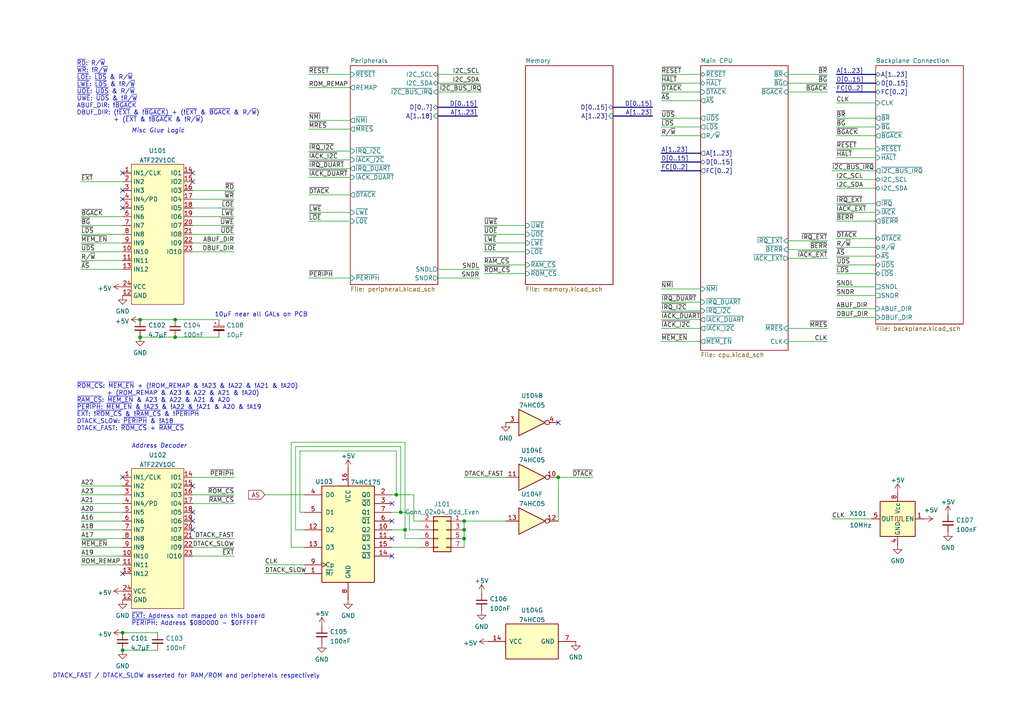
<source format=kicad_sch>
(kicad_sch (version 20211123) (generator eeschema)
  (paper "A4")
  (title_block (title "68komputer CPU Board") (date "2021-12-11") (rev "1") (company "Tristan Seifert"))
  (lib_symbols
    (symbol "68komputer-common:ATF22V10C"
      (property "Reference" "U" (at 0 3.81 0))
      (property "Value" "ATF22V10C" (at 0 1.27 0))
      (symbol "ATF22V10C_0_1"
        (rectangle (start -7.62 0) (end 7.62 -40.64) (stroke (width 0.1524)) (fill (type background)))
      )
      (symbol "ATF22V10C_1_1"
        (pin input line (at -10.16 -2.54 0) (length 2.54) (name "IN1/CLK") (number "1"))
        (pin input line (at -10.16 -25.4 0) (length 2.54) (name "IN10") (number "10"))
        (pin input line (at -10.16 -27.94 0) (length 2.54) (name "IN11") (number "11"))
        (pin power_in line (at -10.16 -38.1 0) (length 2.54) (name "GND") (number "12"))
        (pin input line (at -10.16 -30.48 0) (length 2.54) (name "IN12") (number "13"))
        (pin bidirectional line (at 10.16 -2.54 180) (length 2.54) (name "IO1") (number "14"))
        (pin bidirectional line (at 10.16 -5.08 180) (length 2.54) (name "IO2") (number "15"))
        (pin bidirectional line (at 10.16 -7.62 180) (length 2.54) (name "IO3") (number "16"))
        (pin bidirectional line (at 10.16 -10.16 180) (length 2.54) (name "IO4") (number "17"))
        (pin bidirectional line (at 10.16 -12.7 180) (length 2.54) (name "IO5") (number "18"))
        (pin bidirectional line (at 10.16 -15.24 180) (length 2.54) (name "IO6") (number "19"))
        (pin input line (at -10.16 -5.08 0) (length 2.54) (name "IN2") (number "2"))
        (pin bidirectional line (at 10.16 -17.78 180) (length 2.54) (name "IO7") (number "20"))
        (pin bidirectional line (at 10.16 -20.32 180) (length 2.54) (name "IO8") (number "21"))
        (pin bidirectional line (at 10.16 -22.86 180) (length 2.54) (name "IO9") (number "22"))
        (pin bidirectional line (at 10.16 -25.4 180) (length 2.54) (name "IO10") (number "23"))
        (pin power_in line (at -10.16 -35.56 0) (length 2.54) (name "VCC") (number "24"))
        (pin input line (at -10.16 -7.62 0) (length 2.54) (name "IN3") (number "3"))
        (pin input line (at -10.16 -10.16 0) (length 2.54) (name "IN4/PD") (number "4"))
        (pin input line (at -10.16 -12.7 0) (length 2.54) (name "IN5") (number "5"))
        (pin input line (at -10.16 -15.24 0) (length 2.54) (name "IN6") (number "6"))
        (pin input line (at -10.16 -17.78 0) (length 2.54) (name "IN7") (number "7"))
        (pin input line (at -10.16 -20.32 0) (length 2.54) (name "IN8") (number "8"))
        (pin input line (at -10.16 -22.86 0) (length 2.54) (name "IN9") (number "9"))
      )
    )
    (symbol "74xx:74LS05" (pin_names (offset 1.016))
      (property "Reference" "U" (at 0 1.27 0))
      (property "Value" "74LS05" (at 0 -1.27 0))
      (symbol "74LS05_1_0"
        (polyline (pts (xy -3.81 3.81) (xy -3.81 -3.81) (xy 3.81 0) (xy -3.81 3.81)) (stroke (width 0.254)) (fill (type background)))
        (pin input line (at -7.62 0 0) (length 3.81) (name "~") (number "1"))
        (pin open_collector inverted (at 7.62 0 180) (length 3.81) (name "~") (number "2"))
      )
      (symbol "74LS05_2_0"
        (polyline (pts (xy -3.81 3.81) (xy -3.81 -3.81) (xy 3.81 0) (xy -3.81 3.81)) (stroke (width 0.254)) (fill (type background)))
        (pin input line (at -7.62 0 0) (length 3.81) (name "~") (number "3"))
        (pin open_collector inverted (at 7.62 0 180) (length 3.81) (name "~") (number "4"))
      )
      (symbol "74LS05_3_0"
        (polyline (pts (xy -3.81 3.81) (xy -3.81 -3.81) (xy 3.81 0) (xy -3.81 3.81)) (stroke (width 0.254)) (fill (type background)))
        (pin input line (at -7.62 0 0) (length 3.81) (name "~") (number "5"))
        (pin open_collector inverted (at 7.62 0 180) (length 3.81) (name "~") (number "6"))
      )
      (symbol "74LS05_4_0"
        (polyline (pts (xy -3.81 3.81) (xy -3.81 -3.81) (xy 3.81 0) (xy -3.81 3.81)) (stroke (width 0.254)) (fill (type background)))
        (pin open_collector inverted (at 7.62 0 180) (length 3.81) (name "~") (number "8"))
        (pin input line (at -7.62 0 0) (length 3.81) (name "~") (number "9"))
      )
      (symbol "74LS05_5_0"
        (polyline (pts (xy -3.81 3.81) (xy -3.81 -3.81) (xy 3.81 0) (xy -3.81 3.81)) (stroke (width 0.254)) (fill (type background)))
        (pin open_collector inverted (at 7.62 0 180) (length 3.81) (name "~") (number "10"))
        (pin input line (at -7.62 0 0) (length 3.81) (name "~") (number "11"))
      )
      (symbol "74LS05_6_0"
        (polyline (pts (xy -3.81 3.81) (xy -3.81 -3.81) (xy 3.81 0) (xy -3.81 3.81)) (stroke (width 0.254)) (fill (type background)))
        (pin open_collector inverted (at 7.62 0 180) (length 3.81) (name "~") (number "12"))
        (pin input line (at -7.62 0 0) (length 3.81) (name "~") (number "13"))
      )
      (symbol "74LS05_7_0"
        (pin power_in line (at 0 12.7 270) (length 5.08) (name "VCC") (number "14"))
        (pin power_in line (at 0 -12.7 90) (length 5.08) (name "GND") (number "7"))
      )
      (symbol "74LS05_7_1"
        (rectangle (start -5.08 7.62) (end 5.08 -7.62) (stroke (width 0.254)) (fill (type background)))
      )
    )
    (symbol "74xx:74LS175" (pin_names (offset 1.016))
      (property "Reference" "U" (at -7.62 13.97 0))
      (property "Value" "74LS175" (at -7.62 -16.51 0))
      (symbol "74LS175_1_0"
        (pin input line (at -12.7 -12.7 0) (length 5.08) (name "~{Mr}") (number "1"))
        (pin output line (at 12.7 0 180) (length 5.08) (name "Q2") (number "10"))
        (pin output line (at 12.7 -2.54 180) (length 5.08) (name "~{Q2}") (number "11"))
        (pin input line (at -12.7 0 0) (length 5.08) (name "D2") (number "12"))
        (pin input line (at -12.7 -5.08 0) (length 5.08) (name "D3") (number "13"))
        (pin output line (at 12.7 -7.62 180) (length 5.08) (name "~{Q3}") (number "14"))
        (pin output line (at 12.7 -5.08 180) (length 5.08) (name "Q3") (number "15"))
        (pin power_in line (at 0 17.78 270) (length 5.08) (name "VCC") (number "16"))
        (pin output line (at 12.7 10.16 180) (length 5.08) (name "Q0") (number "2"))
        (pin output line (at 12.7 7.62 180) (length 5.08) (name "~{Q0}") (number "3"))
        (pin input line (at -12.7 10.16 0) (length 5.08) (name "D0") (number "4"))
        (pin input line (at -12.7 5.08 0) (length 5.08) (name "D1") (number "5"))
        (pin output line (at 12.7 2.54 180) (length 5.08) (name "~{Q1}") (number "6"))
        (pin output line (at 12.7 5.08 180) (length 5.08) (name "Q1") (number "7"))
        (pin power_in line (at 0 -20.32 90) (length 5.08) (name "GND") (number "8"))
        (pin input clock (at -12.7 -10.16 0) (length 5.08) (name "Cp") (number "9"))
      )
      (symbol "74LS175_1_1"
        (rectangle (start -7.62 12.7) (end 7.62 -15.24) (stroke (width 0.254)) (fill (type background)))
      )
    )
    (symbol "Connector_Generic:Conn_02x04_Odd_Even" (pin_names (offset 1.016) hide)
      (property "Reference" "J" (at 1.27 5.08 0))
      (property "Value" "Conn_02x04_Odd_Even" (at 1.27 -7.62 0))
      (symbol "Conn_02x04_Odd_Even_1_1"
        (rectangle (start -1.27 -4.953) (end 0 -5.207) (stroke (width 0.1524)))
        (rectangle (start -1.27 -2.413) (end 0 -2.667) (stroke (width 0.1524)))
        (rectangle (start -1.27 0.127) (end 0 -0.127) (stroke (width 0.1524)))
        (rectangle (start -1.27 2.667) (end 0 2.413) (stroke (width 0.1524)))
        (rectangle (start -1.27 3.81) (end 3.81 -6.35) (stroke (width 0.254)) (fill (type background)))
        (rectangle (start 3.81 -4.953) (end 2.54 -5.207) (stroke (width 0.1524)))
        (rectangle (start 3.81 -2.413) (end 2.54 -2.667) (stroke (width 0.1524)))
        (rectangle (start 3.81 0.127) (end 2.54 -0.127) (stroke (width 0.1524)))
        (rectangle (start 3.81 2.667) (end 2.54 2.413) (stroke (width 0.1524)))
        (pin passive line (at -5.08 2.54 0) (length 3.81) (name "Pin_1") (number "1"))
        (pin passive line (at 7.62 2.54 180) (length 3.81) (name "Pin_2") (number "2"))
        (pin passive line (at -5.08 0 0) (length 3.81) (name "Pin_3") (number "3"))
        (pin passive line (at 7.62 0 180) (length 3.81) (name "Pin_4") (number "4"))
        (pin passive line (at -5.08 -2.54 0) (length 3.81) (name "Pin_5") (number "5"))
        (pin passive line (at 7.62 -2.54 180) (length 3.81) (name "Pin_6") (number "6"))
        (pin passive line (at -5.08 -5.08 0) (length 3.81) (name "Pin_7") (number "7"))
        (pin passive line (at 7.62 -5.08 180) (length 3.81) (name "Pin_8") (number "8"))
      )
    )
    (symbol "Device:C_Polarized_Small" (pin_numbers hide) (pin_names (offset 0.254) hide)
      (property "Reference" "C" (at 0.254 1.778 0))
      (property "Value" "C_Polarized_Small" (at 0.254 -2.032 0))
      (symbol "C_Polarized_Small_0_1"
        (rectangle (start -1.524 -0.3048) (end 1.524 -0.6858) (fill (type outline)))
        (rectangle (start -1.524 0.6858) (end 1.524 0.3048))
        (polyline (pts (xy -1.27 1.524) (xy -0.762 1.524)))
        (polyline (pts (xy -1.016 1.27) (xy -1.016 1.778)))
      )
      (symbol "C_Polarized_Small_1_1"
        (pin passive line (at 0 2.54 270) (length 1.8542) (name "~") (number "1"))
        (pin passive line (at 0 -2.54 90) (length 1.8542) (name "~") (number "2"))
      )
    )
    (symbol "Device:C_Small" (pin_numbers hide) (pin_names (offset 0.254) hide)
      (property "Reference" "C" (at 0.254 1.778 0))
      (property "Value" "C_Small" (at 0.254 -2.032 0))
      (symbol "C_Small_0_1"
        (polyline (pts (xy -1.524 -0.508) (xy 1.524 -0.508)) (stroke (width 0.3302)))
        (polyline (pts (xy -1.524 0.508) (xy 1.524 0.508)) (stroke (width 0.3048)))
      )
      (symbol "C_Small_1_1"
        (pin passive line (at 0 2.54 270) (length 2.032) (name "~") (number "1"))
        (pin passive line (at 0 -2.54 90) (length 2.032) (name "~") (number "2"))
      )
    )
    (symbol "Oscillator:CXO_DIP8" (pin_names (offset 0.254))
      (property "Reference" "X" (at -5.08 6.35 0))
      (property "Value" "CXO_DIP8" (at 1.27 -6.35 0))
      (symbol "CXO_DIP8_0_1"
        (rectangle (start -5.08 5.08) (end 5.08 -5.08) (stroke (width 0.254)) (fill (type background)))
        (polyline (pts (xy -1.905 -0.635) (xy -1.27 -0.635) (xy -1.27 0.635) (xy -0.635 0.635) (xy -0.635 -0.635) (xy 0 -0.635) (xy 0 0.635) (xy 0.635 0.635) (xy 0.635 -0.635)))
      )
      (symbol "CXO_DIP8_1_1"
        (pin input line (at -7.62 0 0) (length 2.54) (name "EN") (number "1"))
        (pin power_in line (at 0 -7.62 90) (length 2.54) (name "GND") (number "4"))
        (pin output line (at 7.62 0 180) (length 2.54) (name "OUT") (number "5"))
        (pin power_in line (at 0 7.62 270) (length 2.54) (name "Vcc") (number "8"))
      )
    )
    (symbol "power:+5V" (power) (pin_names (offset 0))
      (property "Value" "+5V" (at 0 3.556 0))
      (symbol "+5V_0_1"
        (polyline (pts (xy -0.762 1.27) (xy 0 2.54)))
        (polyline (pts (xy 0 0) (xy 0 2.54)))
        (polyline (pts (xy 0 2.54) (xy 0.762 1.27)))
      )
      (symbol "+5V_1_1"
        (pin power_in line (at 0 0 90) (length 0) hide (name "+5V") (number "1"))
      )
    )
    (symbol "power:GND" (power) (pin_names (offset 0))
      (property "Value" "GND" (at 0 -3.81 0))
      (symbol "GND_0_1"
        (polyline (pts (xy 0 0) (xy 0 -1.27) (xy 1.27 -1.27) (xy 0 -2.54) (xy -1.27 -1.27) (xy 0 -1.27)))
      )
      (symbol "GND_1_1"
        (pin power_in line (at 0 0 270) (length 0) hide (name "GND") (number "1"))
      )
    )
  )
  (junction (at 117.475 153.67))
  (junction (at 50.8 92.71))
  (junction (at 114.935 143.51))
  (junction (at 134.62 156.21))
  (junction (at 134.62 151.13))
  (junction (at 35.56 188.595))
  (junction (at 134.62 153.67))
  (junction (at 116.205 148.59))
  (junction (at 35.56 183.515))
  (junction (at 40.64 92.71))
  (junction (at 161.925 138.43))
  (junction (at 50.8 97.79))
  (junction (at 40.64 97.79))
  (no_connect (at 35.56 138.43))
  (no_connect (at 35.56 57.785))
  (no_connect (at 55.88 151.13))
  (no_connect (at 35.56 60.325))
  (no_connect (at 35.56 55.245))
  (no_connect (at 161.925 122.555))
  (no_connect (at 113.665 146.05))
  (no_connect (at 113.665 156.21))
  (no_connect (at 113.665 161.29))
  (no_connect (at 113.665 151.13))
  (no_connect (at 35.56 166.37))
  (no_connect (at 55.88 140.97))
  (no_connect (at 55.88 52.705))
  (no_connect (at 55.88 50.165))
  (no_connect (at 55.88 148.59))
  (no_connect (at 55.88 153.67))
  (no_connect (at 35.56 50.165))
  (wire (pts (xy 55.88 73.025) (xy 67.945 73.025)))
  (wire (pts (xy 191.77 24.13) (xy 203.2 24.13)))
  (wire (pts (xy 89.535 25.4) (xy 101.6 25.4)))
  (wire (pts (xy 228.6 69.85) (xy 240.03 69.85)))
  (wire (pts (xy 191.77 95.25) (xy 203.2 95.25)))
  (wire (pts (xy 23.495 156.21) (xy 35.56 156.21)))
  (wire (pts (xy 85.725 153.67) (xy 88.265 153.67)))
  (wire (pts (xy 84.455 158.75) (xy 88.265 158.75)))
  (wire (pts (xy 86.995 130.81) (xy 86.995 148.59)))
  (wire (pts (xy 55.88 62.865) (xy 67.945 62.865)))
  (wire (pts (xy 113.665 158.75) (xy 121.92 158.75)))
  (wire (pts (xy 228.6 95.25) (xy 240.03 95.25)))
  (wire (pts (xy 23.495 161.29) (xy 35.56 161.29)))
  (wire (pts (xy 241.3 49.53) (xy 254 49.53)))
  (wire (pts (xy 50.8 92.71) (xy 63.5 92.71)))
  (bus (pts (xy 191.77 49.53) (xy 203.2 49.53)))
  (wire (pts (xy 242.57 83.185) (xy 254 83.185)))
  (wire (pts (xy 55.88 143.51) (xy 67.945 143.51)))
  (wire (pts (xy 101.6 80.645) (xy 89.535 80.645)))
  (wire (pts (xy 121.92 153.67) (xy 118.745 153.67)))
  (wire (pts (xy 118.745 153.67) (xy 118.745 148.59)))
  (wire (pts (xy 118.745 148.59) (xy 116.205 148.59)))
  (bus (pts (xy 138.43 31.115) (xy 127 31.115)))
  (wire (pts (xy 242.57 39.37) (xy 254 39.37)))
  (wire (pts (xy 55.88 138.43) (xy 67.945 138.43)))
  (wire (pts (xy 76.835 163.83) (xy 88.265 163.83)))
  (wire (pts (xy 191.77 21.59) (xy 203.2 21.59)))
  (wire (pts (xy 23.495 70.485) (xy 35.56 70.485)))
  (wire (pts (xy 117.475 128.27) (xy 84.455 128.27)))
  (wire (pts (xy 89.535 34.925) (xy 101.6 34.925)))
  (wire (pts (xy 139.7 26.67) (xy 127 26.67)))
  (wire (pts (xy 242.57 74.295) (xy 254 74.295)))
  (wire (pts (xy 191.77 87.63) (xy 203.2 87.63)))
  (wire (pts (xy 23.495 158.75) (xy 35.56 158.75)))
  (wire (pts (xy 191.77 29.21) (xy 203.2 29.21)))
  (wire (pts (xy 89.535 56.515) (xy 101.6 56.515)))
  (wire (pts (xy 23.495 52.705) (xy 35.56 52.705)))
  (wire (pts (xy 242.57 29.845) (xy 254 29.845)))
  (wire (pts (xy 23.495 73.025) (xy 35.56 73.025)))
  (wire (pts (xy 139.065 21.59) (xy 127 21.59)))
  (wire (pts (xy 191.77 36.83) (xy 203.2 36.83)))
  (wire (pts (xy 152.4 67.945) (xy 140.335 67.945)))
  (wire (pts (xy 191.77 99.06) (xy 203.2 99.06)))
  (wire (pts (xy 252.73 150.495) (xy 241.3 150.495)))
  (wire (pts (xy 242.57 59.055) (xy 254 59.055)))
  (wire (pts (xy 228.6 99.06) (xy 240.03 99.06)))
  (wire (pts (xy 117.475 153.67) (xy 117.475 128.27)))
  (wire (pts (xy 101.6 61.595) (xy 89.535 61.595)))
  (wire (pts (xy 55.88 55.245) (xy 67.945 55.245)))
  (wire (pts (xy 40.64 92.71) (xy 50.8 92.71)))
  (wire (pts (xy 242.57 85.725) (xy 254 85.725)))
  (wire (pts (xy 242.57 52.07) (xy 254 52.07)))
  (wire (pts (xy 113.665 143.51) (xy 114.935 143.51)))
  (wire (pts (xy 139.065 24.13) (xy 127 24.13)))
  (wire (pts (xy 113.665 153.67) (xy 117.475 153.67)))
  (wire (pts (xy 146.685 138.43) (xy 134.62 138.43)))
  (wire (pts (xy 242.57 34.29) (xy 254 34.29)))
  (wire (pts (xy 242.57 45.72) (xy 254 45.72)))
  (wire (pts (xy 146.685 151.13) (xy 134.62 151.13)))
  (wire (pts (xy 242.57 61.595) (xy 254 61.595)))
  (wire (pts (xy 242.57 69.215) (xy 254 69.215)))
  (wire (pts (xy 76.835 166.37) (xy 88.265 166.37)))
  (wire (pts (xy 139.065 78.105) (xy 127 78.105)))
  (wire (pts (xy 228.6 74.93) (xy 240.03 74.93)))
  (wire (pts (xy 55.88 70.485) (xy 67.945 70.485)))
  (wire (pts (xy 152.4 70.485) (xy 140.335 70.485)))
  (wire (pts (xy 121.92 151.13) (xy 120.015 151.13)))
  (wire (pts (xy 120.015 143.51) (xy 114.935 143.51)))
  (wire (pts (xy 120.015 151.13) (xy 120.015 143.51)))
  (bus (pts (xy 189.23 31.115) (xy 177.8 31.115)))
  (wire (pts (xy 242.57 36.83) (xy 254 36.83)))
  (wire (pts (xy 23.495 146.05) (xy 35.56 146.05)))
  (wire (pts (xy 117.475 156.21) (xy 117.475 153.67)))
  (wire (pts (xy 121.92 156.21) (xy 117.475 156.21)))
  (wire (pts (xy 152.4 79.375) (xy 140.335 79.375)))
  (wire (pts (xy 23.495 163.83) (xy 35.56 163.83)))
  (wire (pts (xy 191.77 90.17) (xy 203.2 90.17)))
  (wire (pts (xy 191.77 26.67) (xy 203.2 26.67)))
  (wire (pts (xy 55.88 156.21) (xy 67.945 156.21)))
  (wire (pts (xy 228.6 24.13) (xy 240.03 24.13)))
  (wire (pts (xy 228.6 72.39) (xy 240.03 72.39)))
  (wire (pts (xy 89.535 43.815) (xy 101.6 43.815)))
  (wire (pts (xy 23.495 140.97) (xy 35.56 140.97)))
  (wire (pts (xy 116.205 148.59) (xy 116.205 129.54)))
  (bus (pts (xy 191.77 46.99) (xy 203.2 46.99)))
  (wire (pts (xy 40.64 97.79) (xy 50.8 97.79)))
  (wire (pts (xy 152.4 76.835) (xy 140.335 76.835)))
  (bus (pts (xy 242.57 24.13) (xy 254 24.13)))
  (wire (pts (xy 242.57 71.755) (xy 254 71.755)))
  (wire (pts (xy 89.535 51.435) (xy 101.6 51.435)))
  (wire (pts (xy 85.725 129.54) (xy 85.725 153.67)))
  (wire (pts (xy 228.6 26.67) (xy 240.03 26.67)))
  (wire (pts (xy 191.77 34.29) (xy 203.2 34.29)))
  (wire (pts (xy 191.77 39.37) (xy 203.2 39.37)))
  (bus (pts (xy 138.43 33.655) (xy 127 33.655)))
  (wire (pts (xy 23.495 78.105) (xy 35.56 78.105)))
  (wire (pts (xy 152.4 73.025) (xy 140.335 73.025)))
  (bus (pts (xy 242.57 26.67) (xy 254 26.67)))
  (wire (pts (xy 86.995 148.59) (xy 88.265 148.59)))
  (wire (pts (xy 89.535 37.465) (xy 101.6 37.465)))
  (wire (pts (xy 161.925 151.13) (xy 161.925 138.43)))
  (wire (pts (xy 161.925 138.43) (xy 172.085 138.43)))
  (wire (pts (xy 89.535 21.59) (xy 101.6 21.59)))
  (wire (pts (xy 191.77 92.71) (xy 203.2 92.71)))
  (wire (pts (xy 134.62 153.67) (xy 134.62 156.21)))
  (wire (pts (xy 134.62 151.13) (xy 134.62 153.67)))
  (wire (pts (xy 134.62 156.21) (xy 134.62 158.75)))
  (wire (pts (xy 55.88 146.05) (xy 67.945 146.05)))
  (wire (pts (xy 228.6 21.59) (xy 240.03 21.59)))
  (bus (pts (xy 242.57 21.59) (xy 254 21.59)))
  (wire (pts (xy 116.205 129.54) (xy 85.725 129.54)))
  (wire (pts (xy 114.935 130.81) (xy 86.995 130.81)))
  (wire (pts (xy 113.665 148.59) (xy 116.205 148.59)))
  (wire (pts (xy 242.57 54.61) (xy 254 54.61)))
  (wire (pts (xy 55.88 67.945) (xy 67.945 67.945)))
  (bus (pts (xy 191.77 44.45) (xy 203.2 44.45)))
  (wire (pts (xy 35.56 183.515) (xy 45.72 183.515)))
  (wire (pts (xy 23.495 65.405) (xy 35.56 65.405)))
  (wire (pts (xy 23.495 75.565) (xy 35.56 75.565)))
  (wire (pts (xy 23.495 153.67) (xy 35.56 153.67)))
  (bus (pts (xy 189.23 33.655) (xy 177.8 33.655)))
  (wire (pts (xy 84.455 128.27) (xy 84.455 158.75)))
  (wire (pts (xy 101.6 64.135) (xy 89.535 64.135)))
  (wire (pts (xy 50.8 97.79) (xy 63.5 97.79)))
  (wire (pts (xy 242.57 43.18) (xy 254 43.18)))
  (wire (pts (xy 76.835 143.51) (xy 88.265 143.51)))
  (wire (pts (xy 89.535 46.355) (xy 101.6 46.355)))
  (wire (pts (xy 242.57 79.375) (xy 254 79.375)))
  (wire (pts (xy 23.495 148.59) (xy 35.56 148.59)))
  (wire (pts (xy 242.57 64.135) (xy 254 64.135)))
  (wire (pts (xy 23.495 151.13) (xy 35.56 151.13)))
  (wire (pts (xy 23.495 67.945) (xy 35.56 67.945)))
  (wire (pts (xy 55.88 161.29) (xy 67.945 161.29)))
  (wire (pts (xy 242.57 76.835) (xy 254 76.835)))
  (wire (pts (xy 152.4 65.405) (xy 140.335 65.405)))
  (wire (pts (xy 23.495 62.865) (xy 35.56 62.865)))
  (wire (pts (xy 114.935 143.51) (xy 114.935 130.81)))
  (wire (pts (xy 55.88 65.405) (xy 67.945 65.405)))
  (wire (pts (xy 35.56 188.595) (xy 45.72 188.595)))
  (wire (pts (xy 55.88 60.325) (xy 67.945 60.325)))
  (wire (pts (xy 242.57 92.075) (xy 254 92.075)))
  (wire (pts (xy 55.88 57.785) (xy 67.945 57.785)))
  (wire (pts (xy 23.495 143.51) (xy 35.56 143.51)))
  (wire (pts (xy 89.535 48.895) (xy 101.6 48.895)))
  (wire (pts (xy 139.065 80.645) (xy 127 80.645)))
  (wire (pts (xy 242.57 89.535) (xy 254 89.535)))
  (wire (pts (xy 55.88 158.75) (xy 67.945 158.75)))
  (wire (pts (xy 191.77 83.82) (xy 203.2 83.82)))
  (text "Address Decoder" (at 38.1 130.175 0) (effects (font (size 1.27 1.27) italic) (justify left bottom)))
  (text "~{EXT}: Address not mapped on this board\n~{PERIPH}: Address $080000 - $0FFFFF" (at 38.1 181.61 0) (effects (font (size 1.27 1.27)) (justify left bottom)))
  (text "~{ROM_CS}: ~{MEM_EN} + (!ROM_REMAP & !A23 & !A22 & !A21 & !A20)\n         + (ROM_REMAP & A23 & A22 & A21 & !A20)\n~{RAM_CS}: ~{MEM_EN} & A23 & A22 & A21 & A20\n~{PERIPH}: ~{MEM_EN} & !A23 & !A22 & !A21 & A20 & !A19\n~{EXT}: !~{ROM_CS} & !~{RAM_CS} & !~{PERIPH}\nDTACK_SLOW: ~{PERIPH} & !A18\nDTACK_FAST: ~{ROM_CS} + ~{RAM_CS}" (at 22.225 125.095 0) (effects (font (size 1.27 1.27)) (justify left bottom)))
  (text "Misc Glue Logic" (at 38.1 38.735 0) (effects (font (size 1.27 1.27) italic) (justify left bottom)))
  (text "10µF near all GALs on PCB" (at 62.23 92.075 0) (effects (font (size 1.27 1.27)) (justify left bottom)))
  (text "DTACK_FAST / DTACK_SLOW asserted for RAM/ROM and peripherals respectively" (at 15.24 196.85 0) (effects (font (size 1.27 1.27)) (justify left bottom)))
  (text "~{RD}: R/~{W}\n~{WR}: !R/~{W}\n~{LOE}: ~{LDS} & R/~{W}\n~{LWE}: ~{LDS} & !R/~{W}\n~{UOE}: ~{UDS} & R/~{W}\n~{UWE}: ~{UDS} & !R/~{W}\nABUF_DIR: !~{BGACK}\nDBUF_DIR: (!~{EXT} & !~{BGACK}) + (!~{EXT} & ~{BGACK} & R/~{W})\n           + (~{EXT} & !~{BGACK} & !R/~{W})" (at 22.225 35.56 0) (effects (font (size 1.27 1.27)) (justify left bottom)))
  (label "~{IACK_EXT}" (at 240.03 74.93 180))
  (label "SNDL" (at 242.57 83.185 0))
  (label "I2C_SDA" (at 139.065 24.13 180))
  (label "~{BR}" (at 240.03 21.59 180))
  (label "ABUF_DIR" (at 242.57 89.535 0))
  (label "A[1..23]" (at 191.77 44.45 0))
  (label "~{LOE}" (at 67.945 60.325 180))
  (label "~{MEM_EN}" (at 23.495 158.75 0))
  (label "~{UDS}" (at 23.495 73.025 0))
  (label "D[0..15]" (at 242.57 24.13 0))
  (label "~{RESET}" (at 89.535 21.59 0))
  (label "A21" (at 23.495 146.05 0))
  (label "~{BERR}" (at 240.03 72.39 180))
  (label "~{LDS}" (at 191.77 36.83 0))
  (label "~{BGACK}" (at 240.03 26.67 180))
  (label "~{LOE}" (at 140.335 73.025 0))
  (label "R{slash}~{W}" (at 23.495 75.565 0))
  (label "~{PERIPH}" (at 67.945 138.43 180))
  (label "R{slash}~{W}" (at 242.57 71.755 0))
  (label "~{UOE}" (at 140.335 67.945 0))
  (label "DBUF_DIR" (at 67.945 73.025 180))
  (label "SNDL" (at 139.065 78.105 180))
  (label "A19" (at 23.495 161.29 0))
  (label "A[1..23]" (at 242.57 21.59 0))
  (label "ROM_REMAP" (at 23.495 163.83 0))
  (label "~{MRES}" (at 240.03 95.25 180))
  (label "I2C_SCL" (at 242.57 52.07 0))
  (label "I2C_SCL" (at 139.065 21.59 180))
  (label "~{ROM_CS}" (at 67.945 143.51 180))
  (label "A18" (at 23.495 153.67 0))
  (label "~{UWE}" (at 140.335 65.405 0))
  (label "~{HALT}" (at 191.77 24.13 0))
  (label "A20" (at 23.495 148.59 0))
  (label "~{MEM_EN}" (at 23.495 70.485 0))
  (label "DTACK_SLOW" (at 76.835 166.37 0))
  (label "~{LDS}" (at 23.495 67.945 0))
  (label "A17" (at 23.495 156.21 0))
  (label "~{BG}" (at 23.495 65.405 0))
  (label "~{IRQ_I2C}" (at 89.535 43.815 0))
  (label "A[1..23]" (at 189.23 33.655 180))
  (label "SNDR" (at 242.57 85.725 0))
  (label "DTACK_FAST" (at 134.62 138.43 0))
  (label "~{EXT}" (at 23.495 52.705 0))
  (label "~{BERR}" (at 242.57 64.135 0))
  (label "~{EXT}" (at 67.945 161.29 180))
  (label "A23" (at 23.495 143.51 0))
  (label "D[0..15]" (at 189.23 31.115 180))
  (label "~{LOE}" (at 89.535 64.135 0))
  (label "~{IACK_I2C}" (at 191.77 95.25 0))
  (label "~{ROM_CS}" (at 140.335 79.375 0))
  (label "~{BG}" (at 240.03 24.13 180))
  (label "~{MRES}" (at 89.535 37.465 0))
  (label "~{UDS}" (at 242.57 76.835 0))
  (label "~{IACK_DUART}" (at 191.77 92.71 0))
  (label "~{RD}" (at 67.945 55.245 180))
  (label "~{AS}" (at 23.495 78.105 0))
  (label "R{slash}~{W}" (at 191.77 39.37 0))
  (label "~{RESET}" (at 242.57 43.18 0))
  (label "~{DTACK}" (at 172.085 138.43 180))
  (label "~{HALT}" (at 242.57 45.72 0))
  (label "~{BGACK}" (at 242.57 39.37 0))
  (label "~{LDS}" (at 242.57 79.375 0))
  (label "~{RAM_CS}" (at 140.335 76.835 0))
  (label "~{IACK_I2C}" (at 89.535 46.355 0))
  (label "A22" (at 23.495 140.97 0))
  (label "~{IACK_DUART}" (at 89.535 51.435 0))
  (label "ABUF_DIR" (at 67.945 70.485 180))
  (label "~{LWE}" (at 89.535 61.595 0))
  (label "CLK" (at 242.57 29.845 0))
  (label "D[0..15]" (at 138.43 31.115 180))
  (label "CLK" (at 76.835 163.83 0))
  (label "~{UOE}" (at 67.945 67.945 180))
  (label "I2C_SDA" (at 242.57 54.61 0))
  (label "ROM_REMAP" (at 89.535 25.4 0))
  (label "~{BG}" (at 242.57 36.83 0))
  (label "~{IRQ_I2C}" (at 191.77 90.17 0))
  (label "~{IRQ_DUART}" (at 191.77 87.63 0))
  (label "~{DTACK}" (at 191.77 26.67 0))
  (label "~{IRQ_DUART}" (at 89.535 48.895 0))
  (label "~{IACK_EXT}" (at 242.57 61.595 0))
  (label "~{AS}" (at 191.77 29.21 0))
  (label "~{NMI}" (at 89.535 34.925 0))
  (label "A16" (at 23.495 151.13 0))
  (label "FC[0..2]" (at 242.57 26.67 0))
  (label "D[0..15]" (at 191.77 46.99 0))
  (label "~{IRQ_EXT}" (at 240.03 69.85 180))
  (label "~{I2C_BUS_IRQ}" (at 241.3 49.53 0))
  (label "~{IRQ_EXT}" (at 242.57 59.055 0))
  (label "~{UWE}" (at 67.945 65.405 180))
  (label "~{AS}" (at 242.57 74.295 0))
  (label "~{LWE}" (at 67.945 62.865 180))
  (label "~{NMI}" (at 191.77 83.82 0))
  (label "~{UDS}" (at 191.77 34.29 0))
  (label "~{LWE}" (at 140.335 70.485 0))
  (label "~{BR}" (at 242.57 34.29 0))
  (label "A[1..23]" (at 138.43 33.655 180))
  (label "~{WR}" (at 67.945 57.785 180))
  (label "~{DTACK}" (at 242.57 69.215 0))
  (label "~{RAM_CS}" (at 67.945 146.05 180))
  (label "DTACK_SLOW" (at 67.945 158.75 180))
  (label "~{RESET}" (at 191.77 21.59 0))
  (label "SNDR" (at 139.065 80.645 180))
  (label "DBUF_DIR" (at 242.57 92.075 0))
  (label "~{DTACK}" (at 89.535 56.515 0))
  (label "DTACK_FAST" (at 67.945 156.21 180))
  (label "CLK" (at 241.3 150.495 0))
  (label "~{MEM_EN}" (at 191.77 99.06 0))
  (label "~{PERIPH}" (at 89.535 80.645 0))
  (label "FC[0..2]" (at 191.77 49.53 0))
  (label "~{BGACK}" (at 23.495 62.865 0))
  (label "~{I2C_BUS_IRQ}" (at 139.7 26.67 180))
  (label "CLK" (at 240.03 99.06 180))
  (global_label "AS" (shape input) (at 76.835 143.51 180) (property "Intersheet References" "${INTERSHEET_REFS}" (effects hide)))
  (symbol (lib_id "power:GND") (at 35.56 173.99 0) (unit 1)
    (property "Reference" "#PWR0104" (effects hide))
    (property "Value" "GND" (at 35.56 178.5524 0))
  )
  (symbol (lib_id "power:GND") (at 35.56 188.595 0) (unit 1)
    (property "Reference" "#PWR0101" (effects hide))
    (property "Value" "GND" (at 35.56 193.1574 0))
  )
  (symbol (lib_id "68komputer-common:ATF22V10C") (at 45.72 135.89 0) (unit 1)
    (property "Reference" "U102" (at 45.72 131.9743 0))
    (property "Value" "ATF22V10C" (at 45.72 134.7494 0))
    (property "Footprint" "Package_DIP:DIP-24_W7.62mm_Socket" (effects hide))
    (property "Datasheet" "https://www.microchip.com/content/dam/mchp/documents/OTH/ProductDocuments/DataSheets/doc0735.pdf" (effects hide))
  )
  (symbol (lib_id "Device:C_Small") (at 50.8 95.25 0) (unit 1)
    (property "Reference" "C104" (at 53.1241 94.3415 0) (effects (justify left)))
    (property "Value" "100nF" (at 53.1241 97.1166 0) (effects (justify left)))
    (property "Footprint" "Capacitor_SMD:C_0805_2012Metric" (effects hide))
  )
  (symbol (lib_id "Device:C_Polarized_Small") (at 63.5 95.25 0) (unit 1)
    (property "Reference" "C108" (at 65.659 94.3415 0) (effects (justify left)))
    (property "Value" "10µF" (at 65.659 97.1166 0) (effects (justify left)))
    (property "Footprint" "Capacitor_Tantalum_SMD:CP_EIA-3216-18_Kemet-A" (effects hide))
  )
  (symbol (lib_id "power:+5V") (at 35.56 171.45 90) (unit 1)
    (property "Reference" "#PWR0103" (effects hide))
    (property "Value" "+5V" (at 32.385 171.929 90) (effects (justify left)))
  )
  (symbol (lib_id "power:GND") (at 93.345 186.69 0) (unit 1)
    (property "Reference" "#PWR0105" (effects hide))
    (property "Value" "GND" (at 93.345 191.2524 0))
  )
  (symbol (lib_id "power:GND") (at 139.7 177.165 0) (unit 1)
    (property "Reference" "#PWR0116" (effects hide))
    (property "Value" "GND" (at 139.7 181.7274 0))
  )
  (symbol (lib_id "Device:C_Small") (at 274.955 151.765 0) (unit 1)
    (property "Reference" "C107" (at 277.2791 150.8565 0) (effects (justify left)))
    (property "Value" "100nF" (at 277.2791 153.6316 0) (effects (justify left)))
    (property "Footprint" "Capacitor_SMD:C_0805_2012Metric" (effects hide))
  )
  (symbol (lib_id "Oscillator:CXO_DIP8") (at 260.35 150.495 0) (mirror y) (unit 1)
    (property "Reference" "X101" (at 246.3801 148.9515 0) (effects (justify right)))
    (property "Value" "10MHz" (at 246.3801 152.3616 0) (effects (justify right)))
    (property "Footprint" "Oscillator:Oscillator_DIP-8" (effects hide))
    (property "Datasheet" "http://cdn-reichelt.de/documents/datenblatt/B400/OSZI.pdf" (effects hide))
    (property "MPN" "1108800" (effects hide))
  )
  (symbol (lib_id "power:+5V") (at 141.605 186.055 90) (unit 1)
    (property "Reference" "#PWR0114" (effects hide))
    (property "Value" "+5V" (at 138.43 186.534 90) (effects (justify left)))
  )
  (symbol (lib_id "Device:C_Small") (at 40.64 95.25 0) (unit 1)
    (property "Reference" "C102" (at 42.9641 94.3415 0) (effects (justify left)))
    (property "Value" "4.7µF" (at 42.9641 97.1166 0) (effects (justify left)))
    (property "Footprint" "Capacitor_SMD:C_0805_2012Metric" (effects hide))
  )
  (symbol (lib_id "74xx:74LS05") (at 154.305 138.43 0) (unit 5)
    (property "Reference" "U104" (at 154.305 130.6535 0))
    (property "Value" "74HC05" (at 154.305 133.4286 0))
    (property "Footprint" "Package_SO:SOIC-14_3.9x8.7mm_P1.27mm" (effects hide))
    (property "Datasheet" "http://www.ti.com/lit/gpn/sn74LS05" (effects hide))
    (property "MPN" "74HC05D,118" (effects hide))
  )
  (symbol (lib_id "power:GND") (at 167.005 186.055 0) (unit 1)
    (property "Reference" "#PWR0117" (effects hide))
    (property "Value" "GND" (at 167.005 190.6174 0))
  )
  (symbol (lib_id "power:+5V") (at 267.97 150.495 270) (unit 1)
    (property "Reference" "#PWR0175" (effects hide))
    (property "Value" "+5V" (at 267.97 147.955 90) (effects (justify left)))
  )
  (symbol (lib_id "power:+5V") (at 93.345 181.61 0) (unit 1)
    (property "Reference" "#PWR0107" (effects hide))
    (property "Value" "+5V" (at 93.345 178.0055 0))
  )
  (symbol (lib_id "Device:C_Small") (at 35.56 186.055 0) (unit 1)
    (property "Reference" "C101" (at 37.8841 185.1465 0) (effects (justify left)))
    (property "Value" "4.7µF" (at 37.8841 187.9216 0) (effects (justify left)))
    (property "Footprint" "Capacitor_SMD:C_0805_2012Metric" (effects hide))
  )
  (symbol (lib_id "74xx:74LS175") (at 100.965 153.67 0) (unit 1)
    (property "Reference" "U103" (at 93.98 139.6704 0))
    (property "Value" "74HC175" (at 106.045 139.9055 0))
    (property "Footprint" "Package_SO:TSSOP-16_4.4x5mm_P0.65mm" (effects hide))
    (property "Datasheet" "http://www.ti.com/lit/gpn/sn74LS175" (effects hide))
    (property "MPN" "74HC175PW,118" (effects hide))
  )
  (symbol (lib_id "Device:C_Small") (at 93.345 184.15 0) (unit 1)
    (property "Reference" "C105" (at 95.6691 183.2415 0) (effects (justify left)))
    (property "Value" "100nF" (at 95.6691 186.0166 0) (effects (justify left)))
    (property "Footprint" "Capacitor_SMD:C_0805_2012Metric" (effects hide))
  )
  (symbol (lib_id "power:+5V") (at 139.7 172.085 0) (unit 1)
    (property "Reference" "#PWR0115" (effects hide))
    (property "Value" "+5V" (at 139.7 168.4805 0))
  )
  (symbol (lib_id "power:GND") (at 40.64 97.79 0) (unit 1)
    (property "Reference" "#PWR0112" (effects hide))
    (property "Value" "GND" (at 40.64 102.3524 0))
  )
  (symbol (lib_id "power:+5V") (at 40.64 92.71 90) (unit 1)
    (property "Reference" "#PWR0110" (effects hide))
    (property "Value" "+5V" (at 37.465 93.189 90) (effects (justify left)))
  )
  (symbol (lib_id "Device:C_Small") (at 45.72 186.055 0) (unit 1)
    (property "Reference" "C103" (at 48.0441 185.1465 0) (effects (justify left)))
    (property "Value" "100nF" (at 48.0441 187.9216 0) (effects (justify left)))
    (property "Footprint" "Capacitor_SMD:C_0805_2012Metric" (effects hide))
  )
  (symbol (lib_id "power:+5V") (at 274.955 149.225 0) (unit 1)
    (property "Reference" "#PWR0119" (effects hide))
    (property "Value" "+5V" (at 274.955 145.6205 0))
  )
  (symbol (lib_id "power:+5V") (at 260.35 142.875 0) (unit 1)
    (property "Reference" "#PWR0118" (effects hide))
    (property "Value" "+5V" (at 260.35 139.2705 0))
  )
  (symbol (lib_id "power:GND") (at 146.685 122.555 0) (unit 1)
    (property "Reference" "#PWR0235" (effects hide))
    (property "Value" "GND" (at 146.685 127.1175 0))
  )
  (symbol (lib_id "Device:C_Small") (at 139.7 174.625 0) (unit 1)
    (property "Reference" "C106" (at 142.0241 173.7165 0) (effects (justify left)))
    (property "Value" "100nF" (at 142.0241 176.4916 0) (effects (justify left)))
    (property "Footprint" "Capacitor_SMD:C_0805_2012Metric" (effects hide))
  )
  (symbol (lib_id "power:+5V") (at 35.56 83.185 90) (unit 1)
    (property "Reference" "#PWR0111" (effects hide))
    (property "Value" "+5V" (at 32.385 83.664 90) (effects (justify left)))
  )
  (symbol (lib_id "68komputer-common:ATF22V10C") (at 45.72 47.625 0) (unit 1)
    (property "Reference" "U101" (at 45.72 43.7093 0))
    (property "Value" "ATF22V10C" (at 45.72 46.4844 0))
    (property "Footprint" "Package_DIP:DIP-24_W7.62mm_Socket" (effects hide))
    (property "Datasheet" "https://www.microchip.com/content/dam/mchp/documents/OTH/ProductDocuments/DataSheets/doc0735.pdf" (effects hide))
  )
  (symbol (lib_id "74xx:74LS05") (at 154.305 122.555 0) (unit 2)
    (property "Reference" "U104" (at 154.305 114.7785 0))
    (property "Value" "74HC05" (at 154.305 117.5536 0))
    (property "Footprint" "Package_SO:SOIC-14_3.9x8.7mm_P1.27mm" (effects hide))
    (property "Datasheet" "http://www.ti.com/lit/gpn/sn74LS05" (effects hide))
  )
  (symbol (lib_id "power:GND") (at 100.965 173.99 0) (unit 1)
    (property "Reference" "#PWR0106" (effects hide))
    (property "Value" "GND" (at 100.965 178.5524 0))
  )
  (symbol (lib_id "power:+5V") (at 35.56 183.515 90) (unit 1)
    (property "Reference" "#PWR0102" (effects hide))
    (property "Value" "+5V" (at 32.385 183.994 90) (effects (justify left)))
  )
  (symbol (lib_id "74xx:74LS05") (at 154.305 186.055 90) (unit 7)
    (property "Reference" "U104" (at 154.305 177.0085 90))
    (property "Value" "74HC05" (at 154.305 179.7836 90))
    (property "Footprint" "Package_SO:SOIC-14_3.9x8.7mm_P1.27mm" (effects hide))
    (property "Datasheet" "http://www.ti.com/lit/gpn/sn74LS05" (effects hide))
  )
  (symbol (lib_id "power:+5V") (at 100.965 135.89 0) (unit 1)
    (property "Reference" "#PWR0108" (effects hide))
    (property "Value" "+5V" (at 100.965 132.2855 0))
  )
  (symbol (lib_id "74xx:74LS05") (at 154.305 151.13 0) (unit 6)
    (property "Reference" "U104" (at 154.305 143.3535 0))
    (property "Value" "74HC05" (at 154.305 146.1286 0))
    (property "Footprint" "Package_SO:SOIC-14_3.9x8.7mm_P1.27mm" (effects hide))
    (property "Datasheet" "http://www.ti.com/lit/gpn/sn74LS05" (effects hide))
  )
  (symbol (lib_id "power:GND") (at 260.35 158.115 0) (unit 1)
    (property "Reference" "#PWR0120" (effects hide))
    (property "Value" "GND" (at 260.35 162.6774 0))
  )
  (symbol (lib_id "power:GND") (at 274.955 154.305 0) (unit 1)
    (property "Reference" "#PWR0121" (effects hide))
    (property "Value" "GND" (at 274.955 158.8674 0))
  )
  (symbol (lib_id "power:GND") (at 35.56 85.725 0) (unit 1)
    (property "Reference" "#PWR0109" (effects hide))
    (property "Value" "GND" (at 35.56 90.2874 0))
  )
  (symbol (lib_id "Connector_Generic:Conn_02x04_Odd_Even") (at 129.54 153.67 0) (mirror y) (unit 1)
    (property "Reference" "J101" (at 128.27 146.2065 0))
    (property "Value" "Conn_02x04_Odd_Even" (at 128.27 148.5114 0))
    (property "Footprint" "Connector_PinHeader_2.54mm:PinHeader_2x04_P2.54mm_Vertical" (effects hide))
  )
  (sheet (at 101.6 19.05) (size 25.4 63.5) (stroke (width 0.1524))
    (property "Sheet name" "Peripherals" (at 101.6 18.3384 0) (effects (justify left bottom)))
    (property "Sheet file" "peripheral.kicad_sch" (at 101.6 83.1346 0) (effects (justify left top)))
    (pin "~{PERIPH}" input (at 101.6 80.645 180))
    (pin "~{LWE}" input (at 101.6 61.595 180))
    (pin "~{LOE}" input (at 101.6 64.135 180))
    (pin "~{RESET}" input (at 101.6 21.59 180))
    (pin "~{IACK_DUART}" input (at 101.6 51.435 180))
    (pin "~{DTACK}" output (at 101.6 56.515 180))
    (pin "~{IRQ_DUART}" output (at 101.6 48.895 180))
    (pin "I2C_SCL" bidirectional (at 127 21.59 0))
    (pin "I2C_SDA" bidirectional (at 127 24.13 0))
    (pin "~{IRQ_I2C}" input (at 101.6 43.815 180))
    (pin "~{IACK_I2C}" input (at 101.6 46.355 180))
    (pin "REMAP" output (at 101.6 25.4 180))
    (pin "~{MRES}" output (at 101.6 37.465 180))
    (pin "~{NMI}" output (at 101.6 34.925 180))
    (pin "A[1..18]" input (at 127 33.655 0))
    (pin "D[0..7]" bidirectional (at 127 31.115 0))
    (pin "SNDL" output (at 127 78.105 0))
    (pin "SNDR" output (at 127 80.645 0))
    (pin "~{I2C_BUS_IRQ}" input (at 127 26.67 0))
  )
  (sheet (at 203.2 19.05) (size 25.4 82.55) (stroke (width 0.1524))
    (property "Sheet name" "Main CPU" (at 203.2 18.3384 0) (effects (justify left bottom)))
    (property "Sheet file" "cpu.kicad_sch" (at 203.2 102.1846 0) (effects (justify left top)))
    (pin "~{NMI}" input (at 203.2 83.82 180))
    (pin "~{IRQ_DUART}" input (at 203.2 87.63 180))
    (pin "~{IRQ_I2C}" input (at 203.2 90.17 180))
    (pin "~{IRQ_EXT}" input (at 228.6 69.85 0))
    (pin "~{BERR}" input (at 228.6 72.39 0))
    (pin "~{BR}" input (at 228.6 21.59 0))
    (pin "~{BG}" output (at 228.6 24.13 0))
    (pin "~{BGACK}" input (at 228.6 26.67 0))
    (pin "~{DTACK}" input (at 203.2 26.67 180))
    (pin "~{IACK_EXT}" output (at 228.6 74.93 0))
    (pin "~{IACK_I2C}" output (at 203.2 95.25 180))
    (pin "~{IACK_DUART}" output (at 203.2 92.71 180))
    (pin "~{MEM_EN}" output (at 203.2 99.06 180))
    (pin "~{RESET}" bidirectional (at 203.2 21.59 180))
    (pin "~{AS}" output (at 203.2 29.21 180))
    (pin "~{UDS}" output (at 203.2 34.29 180))
    (pin "~{LDS}" output (at 203.2 36.83 180))
    (pin "R{slash}~{W}" output (at 203.2 39.37 180))
    (pin "CLK" input (at 228.6 99.06 0))
    (pin "~{MRES}" input (at 228.6 95.25 0))
    (pin "A[1..23]" output (at 203.2 44.45 180))
    (pin "D[0..15]" bidirectional (at 203.2 46.99 180))
    (pin "~{HALT}" bidirectional (at 203.2 24.13 180))
    (pin "FC[0..2]" output (at 203.2 49.53 180))
  )
  (sheet (at 254 19.05) (size 25.4 74.93) (stroke (width 0.1524))
    (property "Sheet name" "Backplane Connection" (at 254 18.3384 0) (effects (justify left bottom)))
    (property "Sheet file" "backplane.kicad_sch" (at 254 94.5646 0) (effects (justify left top)))
    (pin "DBUF_DIR" input (at 254 92.075 180))
    (pin "ABUF_DIR" input (at 254 89.535 180))
    (pin "~{BG}" input (at 254 36.83 180))
    (pin "~{BERR}" output (at 254 64.135 180))
    (pin "~{RESET}" input (at 254 43.18 180))
    (pin "I2C_SCL" tri_state (at 254 52.07 180))
    (pin "~{BR}" output (at 254 34.29 180))
    (pin "~{IRQ}" output (at 254 59.055 180))
    (pin "~{BGACK}" output (at 254 39.37 180))
    (pin "I2C_SDA" tri_state (at 254 54.61 180))
    (pin "~{DTACK}" bidirectional (at 254 69.215 180))
    (pin "~{IACK}" input (at 254 61.595 180))
    (pin "R{slash}~{W}" bidirectional (at 254 71.755 180))
    (pin "~{AS}" bidirectional (at 254 74.295 180))
    (pin "~{LDS}" bidirectional (at 254 79.375 180))
    (pin "~{UDS}" bidirectional (at 254 76.835 180))
    (pin "A[1..23]" bidirectional (at 254 21.59 180))
    (pin "D[0..15]" bidirectional (at 254 24.13 180))
    (pin "SNDR" passive (at 254 85.725 180))
    (pin "SNDL" passive (at 254 83.185 180))
    (pin "~{HALT}" input (at 254 45.72 180))
    (pin "~{I2C_BUS_IRQ}" output (at 254 49.53 180))
    (pin "CLK" input (at 254 29.845 180))
    (pin "FC[0..2]" bidirectional (at 254 26.67 180))
  )
  (sheet (at 152.4 19.05) (size 25.4 63.5) (stroke (width 0.1524))
    (property "Sheet name" "Memory" (at 152.4 18.3384 0) (effects (justify left bottom)))
    (property "Sheet file" "memory.kicad_sch" (at 152.4 83.1346 0) (effects (justify left top)))
    (pin "D[0..15]" bidirectional (at 177.8 31.115 0))
    (pin "A[1..23]" input (at 177.8 33.655 0))
    (pin "~{UWE}" input (at 152.4 65.405 180))
    (pin "~{UOE}" input (at 152.4 67.945 180))
    (pin "~{LWE}" input (at 152.4 70.485 180))
    (pin "~{LOE}" input (at 152.4 73.025 180))
    (pin "~{RAM_CS}" input (at 152.4 76.835 180))
    (pin "~{ROM_CS}" input (at 152.4 79.375 180))
  )
)
</source>
